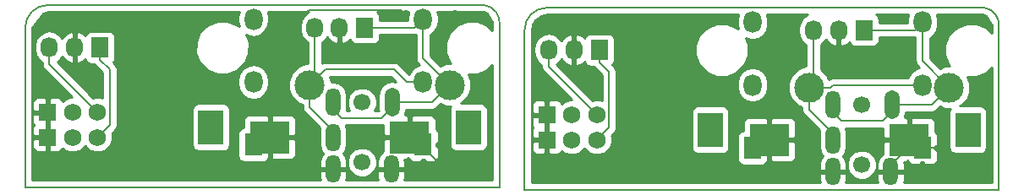
<source format=gtl>
G04 #@! TF.FileFunction,Copper,L1,Top,Signal*
%FSLAX45Y45*%
G04 Gerber Fmt 4.5, Leading zero omitted, Abs format (unit mm)*
G04 Created by KiCad (PCBNEW 4.0.6+dfsg1-1) date Thu Nov  2 20:52:10 2017*
%MOMM*%
%LPD*%
G01*
G04 APERTURE LIST*
%ADD10C,0.150000*%
%ADD11R,1.800860X2.199640*%
%ADD12O,1.800860X2.199640*%
%ADD13R,1.727200X2.032000*%
%ADD14O,1.727200X2.032000*%
%ADD15C,1.750060*%
%ADD16R,1.750060X1.750060*%
%ADD17R,4.000000X3.200000*%
%ADD18C,3.000000*%
%ADD19R,2.500000X3.500000*%
%ADD20O,1.500000X2.800000*%
%ADD21O,1.500000X2.900000*%
%ADD22C,1.700000*%
%ADD23C,0.889000*%
%ADD24C,0.200000*%
%ADD25C,0.254000*%
G04 APERTURE END LIST*
D10*
X19975000Y-15340000D02*
X15225000Y-15340000D01*
X15450000Y-13515000D02*
G75*
G03X15225000Y-13740000I0J-225000D01*
G01*
X19975000Y-13715000D02*
G75*
G03X19825000Y-13515000I-175000J25000D01*
G01*
X15225000Y-15340000D02*
X15225000Y-13740000D01*
X15450000Y-13515000D02*
X19825000Y-13515000D01*
X19975000Y-15340000D02*
X19975000Y-13715000D01*
X14975000Y-15315000D02*
X14975000Y-13690000D01*
X10450000Y-13490000D02*
X14825000Y-13490000D01*
X10225000Y-15315000D02*
X10225000Y-13715000D01*
X14975000Y-13690000D02*
G75*
G03X14825000Y-13490000I-175000J25000D01*
G01*
X10450000Y-13490000D02*
G75*
G03X10225000Y-13715000I0J-225000D01*
G01*
X14975000Y-15315000D02*
X10225000Y-15315000D01*
D11*
X17510000Y-14919884D03*
D12*
X17510000Y-14289964D03*
X17510000Y-13660044D03*
D11*
X19210000Y-14919884D03*
D12*
X19210000Y-14289964D03*
X19210000Y-13660044D03*
D13*
X15975000Y-13940000D03*
D14*
X15721000Y-13940000D03*
X15467000Y-13940000D03*
D15*
X15949936Y-14589938D03*
D16*
X15450064Y-14589938D03*
D15*
X15700000Y-14589938D03*
X15700000Y-14839874D03*
D16*
X15450064Y-14839874D03*
D15*
X15949936Y-14839874D03*
D13*
X18625000Y-13740000D03*
D14*
X18371000Y-13740000D03*
X18117000Y-13740000D03*
D17*
X19075000Y-14840000D03*
X17675000Y-14840000D03*
D18*
X19475000Y-14315000D03*
X18075000Y-14315000D03*
D19*
X19665000Y-14740000D03*
X17085000Y-14740000D03*
D20*
X18892500Y-15160000D03*
X18312500Y-15160000D03*
X18312500Y-14840000D03*
X18312500Y-14490000D03*
D21*
X18902500Y-14490000D03*
D22*
X18602500Y-15090000D03*
X18602500Y-14490000D03*
D13*
X10975000Y-13915000D03*
D14*
X10721000Y-13915000D03*
X10467000Y-13915000D03*
D15*
X10949936Y-14564938D03*
D16*
X10450064Y-14564938D03*
D15*
X10700000Y-14564938D03*
X10700000Y-14814874D03*
D16*
X10450064Y-14814874D03*
D15*
X10949936Y-14814874D03*
D13*
X13625000Y-13715000D03*
D14*
X13371000Y-13715000D03*
X13125000Y-13715000D03*
D17*
X14075000Y-14815000D03*
X12675000Y-14815000D03*
D18*
X14475000Y-14290000D03*
X13075000Y-14290000D03*
D19*
X14665000Y-14715000D03*
X12085000Y-14715000D03*
D20*
X13890000Y-15135000D03*
X13310000Y-15135000D03*
X13310000Y-14815000D03*
X13310000Y-14465000D03*
D21*
X13900000Y-14465000D03*
D22*
X13600000Y-15065000D03*
X13600000Y-14465000D03*
D11*
X12510000Y-14889884D03*
D12*
X12510000Y-14259964D03*
X12510000Y-13630044D03*
D11*
X14210000Y-14889884D03*
D12*
X14210000Y-14259964D03*
X14210000Y-13630044D03*
D23*
X18960000Y-13625000D03*
X16840000Y-14915000D03*
X16295000Y-14670000D03*
X16265000Y-13740000D03*
X16835000Y-14090000D03*
X17200000Y-14305000D03*
X17815000Y-13925000D03*
X19530000Y-13650000D03*
X19330000Y-13985000D03*
X18940000Y-14150000D03*
X18575000Y-14045000D03*
X18320000Y-14045000D03*
X19780000Y-14360000D03*
X19680000Y-15140000D03*
X13755000Y-14270000D03*
X13455000Y-14270000D03*
X11785000Y-14575000D03*
X11315000Y-14895000D03*
X10615000Y-15155000D03*
X11970000Y-13625000D03*
X11830000Y-14095000D03*
X11340000Y-14140000D03*
X11350000Y-13665000D03*
X12825000Y-13770000D03*
X14035000Y-13585000D03*
X14530000Y-13585000D03*
X14330000Y-13900000D03*
X14060000Y-13860000D03*
X14020000Y-14050000D03*
X13380000Y-14010000D03*
X14790000Y-14340000D03*
X14510000Y-15130000D03*
D24*
X15975000Y-13940000D02*
X15975000Y-14061600D01*
X15975000Y-14061600D02*
X16072839Y-14159439D01*
X16072839Y-14159439D02*
X16072839Y-14716971D01*
X16072839Y-14716971D02*
X16037439Y-14752371D01*
X16037439Y-14752371D02*
X15949936Y-14839874D01*
X15467000Y-13940000D02*
X15467000Y-14107002D01*
X15467000Y-14107002D02*
X15949936Y-14589938D01*
X10975000Y-13915000D02*
X10975000Y-14036600D01*
X10975000Y-14036600D02*
X11072839Y-14134439D01*
X11072839Y-14134439D02*
X11072839Y-14691971D01*
X11072839Y-14691971D02*
X11037439Y-14727371D01*
X11037439Y-14727371D02*
X10949936Y-14814874D01*
X10467000Y-13915000D02*
X10467000Y-14082002D01*
X10467000Y-14082002D02*
X10949936Y-14564938D01*
X19475000Y-14315000D02*
X19210000Y-14050000D01*
X19210000Y-14050000D02*
X19210000Y-13660044D01*
X18625000Y-13740000D02*
X19130044Y-13740000D01*
X19130044Y-13740000D02*
X19210000Y-13660044D01*
X18312500Y-14490000D02*
X18312500Y-14562500D01*
X18312500Y-14562500D02*
X18400000Y-14650000D01*
X18400000Y-14650000D02*
X18810000Y-14650000D01*
X18810000Y-14650000D02*
X18902500Y-14557500D01*
X18902500Y-14557500D02*
X18902500Y-14490000D01*
X18902500Y-14490000D02*
X19300000Y-14490000D01*
X19300000Y-14490000D02*
X19475000Y-14315000D01*
X19207500Y-13660044D02*
X19207500Y-13742260D01*
X18075000Y-14315000D02*
X18287132Y-14315000D01*
X18287132Y-14315000D02*
X18312168Y-14289964D01*
X18312168Y-14289964D02*
X19099957Y-14289964D01*
X19099957Y-14289964D02*
X19210000Y-14289964D01*
X18117000Y-13740000D02*
X18117000Y-14273000D01*
X18117000Y-14273000D02*
X18075000Y-14315000D01*
X18312500Y-14840000D02*
X18312500Y-14775000D01*
X18312500Y-14775000D02*
X18075000Y-14537500D01*
X18075000Y-14537500D02*
X18075000Y-14527132D01*
X18075000Y-14527132D02*
X18075000Y-14315000D01*
X18165240Y-14315000D02*
X18075000Y-14315000D01*
X14475000Y-14290000D02*
X14210000Y-14025000D01*
X14210000Y-14025000D02*
X14210000Y-13630044D01*
X13625000Y-13715000D02*
X14125044Y-13715000D01*
X14125044Y-13715000D02*
X14210000Y-13630044D01*
X13790000Y-14620000D02*
X13390000Y-14620000D01*
X13310000Y-14465000D02*
X13310000Y-14540000D01*
X13310000Y-14540000D02*
X13390000Y-14620000D01*
X13900000Y-14465000D02*
X13900000Y-14510000D01*
X13900000Y-14510000D02*
X13790000Y-14620000D01*
X14475000Y-14258640D02*
X14475000Y-14290000D01*
X13900000Y-14465000D02*
X14300000Y-14465000D01*
X14300000Y-14465000D02*
X14475000Y-14290000D01*
X14384760Y-14290000D02*
X14475000Y-14290000D01*
X14207500Y-13637544D02*
X14207500Y-13657483D01*
X13229850Y-14135150D02*
X13225000Y-14140000D01*
X14043142Y-14259964D02*
X13918328Y-14135150D01*
X13918328Y-14135150D02*
X13229850Y-14135150D01*
X14210000Y-14259964D02*
X14043142Y-14259964D01*
X13225000Y-14140000D02*
X13075000Y-14290000D01*
X13125000Y-13715000D02*
X13125000Y-14240000D01*
X13125000Y-14240000D02*
X13075000Y-14290000D01*
X13310000Y-14815000D02*
X13310000Y-14750000D01*
X13310000Y-14750000D02*
X13075000Y-14515000D01*
X13075000Y-14515000D02*
X13075000Y-14502132D01*
X13075000Y-14502132D02*
X13075000Y-14290000D01*
X13165240Y-14290000D02*
X13075000Y-14290000D01*
X16265000Y-13740000D02*
X16265000Y-14640000D01*
X16265000Y-14640000D02*
X16295000Y-14670000D01*
X16835000Y-14090000D02*
X16485000Y-13740000D01*
X16485000Y-13740000D02*
X16265000Y-13740000D01*
X17610000Y-13925000D02*
X17230000Y-14305000D01*
X17230000Y-14305000D02*
X17200000Y-14305000D01*
X17815000Y-13925000D02*
X17610000Y-13925000D01*
X19330000Y-13985000D02*
X19330000Y-13850000D01*
X19330000Y-13850000D02*
X19530000Y-13650000D01*
X18575000Y-14045000D02*
X18835000Y-14045000D01*
X18835000Y-14045000D02*
X18940000Y-14150000D01*
X18371000Y-13740000D02*
X18371000Y-13994000D01*
X18371000Y-13994000D02*
X18320000Y-14045000D01*
X19440159Y-15040000D02*
X19580000Y-15040000D01*
X19580000Y-15040000D02*
X19680000Y-15140000D01*
X19210000Y-14919884D02*
X19320043Y-14919884D01*
X19320043Y-14919884D02*
X19440159Y-15040000D01*
X19207500Y-14919884D02*
X19154884Y-14919884D01*
X19154884Y-14919884D02*
X19075000Y-14840000D01*
X18892500Y-15160000D02*
X18892500Y-15095000D01*
X18892500Y-15095000D02*
X19075000Y-14912500D01*
X19075000Y-14912500D02*
X19075000Y-14840000D01*
X13692138Y-14270000D02*
X13755000Y-14270000D01*
X13517862Y-14270000D02*
X13692138Y-14270000D01*
X13455000Y-14270000D02*
X13517862Y-14270000D01*
X10615000Y-15155000D02*
X11055000Y-15155000D01*
X11055000Y-15155000D02*
X11315000Y-14895000D01*
X11340000Y-14140000D02*
X11385000Y-14095000D01*
X11385000Y-14095000D02*
X11830000Y-14095000D01*
X10770000Y-13744400D02*
X11270600Y-13744400D01*
X11270600Y-13744400D02*
X11350000Y-13665000D01*
X10721000Y-13915000D02*
X10721000Y-13793400D01*
X10721000Y-13793400D02*
X10770000Y-13744400D01*
X13064450Y-13540550D02*
X12835000Y-13770000D01*
X12835000Y-13770000D02*
X12825000Y-13770000D01*
X14035000Y-13585000D02*
X13990550Y-13540550D01*
X13990550Y-13540550D02*
X13064450Y-13540550D01*
X14330000Y-13900000D02*
X14530000Y-13700000D01*
X14530000Y-13700000D02*
X14530000Y-13585000D01*
X14020000Y-14050000D02*
X14020000Y-13900000D01*
X14020000Y-13900000D02*
X14060000Y-13860000D01*
X13371000Y-13715000D02*
X13371000Y-14001000D01*
X13371000Y-14001000D02*
X13380000Y-14010000D01*
X14210000Y-14889884D02*
X14210000Y-14909823D01*
X14210000Y-14909823D02*
X14430177Y-15130000D01*
X14430177Y-15130000D02*
X14510000Y-15130000D01*
D25*
G36*
X12356457Y-13606706D02*
X12356457Y-13653382D01*
X12366604Y-13704395D01*
X12351271Y-13689034D01*
X12253283Y-13648346D01*
X12147183Y-13648254D01*
X12049124Y-13688771D01*
X11974034Y-13763729D01*
X11933346Y-13861717D01*
X11933254Y-13967817D01*
X11973771Y-14065876D01*
X12048729Y-14140965D01*
X12146717Y-14181654D01*
X12252817Y-14181746D01*
X12350876Y-14141229D01*
X12425965Y-14066271D01*
X12466654Y-13968283D01*
X12466746Y-13862183D01*
X12434448Y-13784016D01*
X12451242Y-13795237D01*
X12510000Y-13806925D01*
X12568758Y-13795237D01*
X12618571Y-13761953D01*
X12651855Y-13712140D01*
X12663543Y-13653382D01*
X12663543Y-13606706D01*
X12654451Y-13561000D01*
X13063270Y-13561000D01*
X13019033Y-13590558D01*
X12986547Y-13639177D01*
X12975140Y-13696525D01*
X12975140Y-13733474D01*
X12986547Y-13790823D01*
X13019033Y-13839441D01*
X13051500Y-13861135D01*
X13051500Y-14076479D01*
X13032718Y-14076463D01*
X12954220Y-14108898D01*
X12894109Y-14168904D01*
X12861537Y-14247346D01*
X12861463Y-14332281D01*
X12893898Y-14410780D01*
X12953904Y-14470891D01*
X13001500Y-14490654D01*
X13001500Y-14515000D01*
X13005749Y-14536363D01*
X13007095Y-14543127D01*
X13023028Y-14566972D01*
X13176572Y-14720516D01*
X13171500Y-14746013D01*
X13171500Y-14883987D01*
X13182043Y-14936988D01*
X13209232Y-14977680D01*
X13186903Y-15005265D01*
X13171500Y-15057300D01*
X13171500Y-15122300D01*
X13297300Y-15122300D01*
X13297300Y-15120300D01*
X13322700Y-15120300D01*
X13322700Y-15122300D01*
X13448500Y-15122300D01*
X13448500Y-15094409D01*
X13451474Y-15094409D01*
X13474034Y-15149009D01*
X13515772Y-15190819D01*
X13570332Y-15213474D01*
X13629409Y-15213526D01*
X13684009Y-15190966D01*
X13725819Y-15149228D01*
X13748474Y-15094668D01*
X13748526Y-15035591D01*
X13725966Y-14980991D01*
X13684228Y-14939181D01*
X13629668Y-14916526D01*
X13570591Y-14916474D01*
X13515991Y-14939034D01*
X13474181Y-14980772D01*
X13451526Y-15035332D01*
X13451474Y-15094409D01*
X13448500Y-15094409D01*
X13448500Y-15057300D01*
X13433097Y-15005265D01*
X13410768Y-14977680D01*
X13437957Y-14936988D01*
X13448500Y-14883987D01*
X13448500Y-14746013D01*
X13438054Y-14693500D01*
X13790000Y-14693500D01*
X13811500Y-14689223D01*
X13811500Y-14786425D01*
X13827375Y-14802300D01*
X14056457Y-14802300D01*
X14056457Y-14827700D01*
X13827375Y-14827700D01*
X13811500Y-14843575D01*
X13811500Y-14957407D01*
X13801046Y-14963085D01*
X13766903Y-15005265D01*
X13751500Y-15057300D01*
X13751500Y-15122300D01*
X13877300Y-15122300D01*
X13877300Y-15120300D01*
X13902700Y-15120300D01*
X13902700Y-15122300D01*
X14028500Y-15122300D01*
X14028500Y-15057300D01*
X14022935Y-15038500D01*
X14046425Y-15038500D01*
X14061135Y-15023790D01*
X14062300Y-15026603D01*
X14062300Y-15038500D01*
X14068788Y-15038500D01*
X14083987Y-15053699D01*
X14107326Y-15063366D01*
X14181425Y-15063366D01*
X14197300Y-15047491D01*
X14197300Y-15038500D01*
X14222700Y-15038500D01*
X14222700Y-15047491D01*
X14238575Y-15063366D01*
X14312674Y-15063366D01*
X14336013Y-15053699D01*
X14353876Y-15035836D01*
X14363543Y-15012497D01*
X14363543Y-14918459D01*
X14347668Y-14902584D01*
X14338500Y-14902584D01*
X14338500Y-14877184D01*
X14347668Y-14877184D01*
X14363543Y-14861309D01*
X14363543Y-14767271D01*
X14353876Y-14743932D01*
X14338500Y-14728556D01*
X14338500Y-14642369D01*
X14328833Y-14619030D01*
X14310970Y-14601167D01*
X14287631Y-14591500D01*
X14103575Y-14591500D01*
X14087700Y-14607375D01*
X14087700Y-14724531D01*
X14083987Y-14726069D01*
X14066124Y-14743932D01*
X14062300Y-14753165D01*
X14062300Y-14607375D01*
X14046425Y-14591500D01*
X14028074Y-14591500D01*
X14038500Y-14539085D01*
X14038500Y-14538500D01*
X14300000Y-14538500D01*
X14328127Y-14532905D01*
X14351972Y-14516972D01*
X14385100Y-14483845D01*
X14432346Y-14503463D01*
X14488077Y-14503511D01*
X14480357Y-14514811D01*
X14475256Y-14540000D01*
X14475256Y-14890000D01*
X14479684Y-14913532D01*
X14493591Y-14935144D01*
X14514811Y-14949643D01*
X14540000Y-14954744D01*
X14790000Y-14954744D01*
X14813532Y-14950316D01*
X14835144Y-14936409D01*
X14849643Y-14915189D01*
X14854744Y-14890000D01*
X14854744Y-14540000D01*
X14850316Y-14516468D01*
X14836409Y-14494856D01*
X14815189Y-14480357D01*
X14790000Y-14475256D01*
X14585727Y-14475256D01*
X14595780Y-14471102D01*
X14655891Y-14411096D01*
X14688463Y-14332654D01*
X14688537Y-14247718D01*
X14661245Y-14181666D01*
X14752817Y-14181746D01*
X14850876Y-14141229D01*
X14904000Y-14088198D01*
X14904000Y-15244000D01*
X14019235Y-15244000D01*
X14028500Y-15212700D01*
X14028500Y-15147700D01*
X13902700Y-15147700D01*
X13902700Y-15149700D01*
X13877300Y-15149700D01*
X13877300Y-15147700D01*
X13751500Y-15147700D01*
X13751500Y-15212700D01*
X13760765Y-15244000D01*
X13439235Y-15244000D01*
X13448500Y-15212700D01*
X13448500Y-15147700D01*
X13322700Y-15147700D01*
X13322700Y-15149700D01*
X13297300Y-15149700D01*
X13297300Y-15147700D01*
X13171500Y-15147700D01*
X13171500Y-15212700D01*
X13180765Y-15244000D01*
X10296000Y-15244000D01*
X10296000Y-14843449D01*
X10299061Y-14843449D01*
X10299061Y-14915008D01*
X10308728Y-14938347D01*
X10326591Y-14956210D01*
X10349930Y-14965877D01*
X10421489Y-14965877D01*
X10437364Y-14950002D01*
X10437364Y-14827574D01*
X10314936Y-14827574D01*
X10299061Y-14843449D01*
X10296000Y-14843449D01*
X10296000Y-14593513D01*
X10299061Y-14593513D01*
X10299061Y-14665072D01*
X10308728Y-14688411D01*
X10310224Y-14689906D01*
X10308728Y-14691401D01*
X10299061Y-14714740D01*
X10299061Y-14786299D01*
X10314936Y-14802174D01*
X10437364Y-14802174D01*
X10437364Y-14577638D01*
X10314936Y-14577638D01*
X10299061Y-14593513D01*
X10296000Y-14593513D01*
X10296000Y-14464804D01*
X10299061Y-14464804D01*
X10299061Y-14536363D01*
X10314936Y-14552238D01*
X10437364Y-14552238D01*
X10437364Y-14429810D01*
X10421489Y-14413935D01*
X10349930Y-14413935D01*
X10326591Y-14423602D01*
X10308728Y-14441465D01*
X10299061Y-14464804D01*
X10296000Y-14464804D01*
X10296000Y-13896525D01*
X10317140Y-13896525D01*
X10317140Y-13933474D01*
X10328547Y-13990823D01*
X10361033Y-14039441D01*
X10393500Y-14061135D01*
X10393500Y-14082002D01*
X10395669Y-14092905D01*
X10399095Y-14110129D01*
X10415028Y-14133974D01*
X10694984Y-14413931D01*
X10670095Y-14413909D01*
X10614575Y-14436849D01*
X10596827Y-14454567D01*
X10591400Y-14441465D01*
X10573537Y-14423602D01*
X10550198Y-14413935D01*
X10478639Y-14413935D01*
X10462764Y-14429810D01*
X10462764Y-14552238D01*
X10464764Y-14552238D01*
X10464764Y-14577638D01*
X10462764Y-14577638D01*
X10462764Y-14802174D01*
X10464764Y-14802174D01*
X10464764Y-14827574D01*
X10462764Y-14827574D01*
X10462764Y-14950002D01*
X10478639Y-14965877D01*
X10550198Y-14965877D01*
X10573537Y-14956210D01*
X10591400Y-14938347D01*
X10596823Y-14925254D01*
X10614352Y-14942813D01*
X10669832Y-14965851D01*
X10729905Y-14965903D01*
X10785425Y-14942963D01*
X10825000Y-14903456D01*
X10864288Y-14942813D01*
X10919768Y-14965851D01*
X10979841Y-14965903D01*
X11035361Y-14942963D01*
X11077875Y-14900522D01*
X11100913Y-14845042D01*
X11100965Y-14784969D01*
X11095942Y-14772813D01*
X11124811Y-14743943D01*
X11140744Y-14720098D01*
X11141810Y-14714740D01*
X11146339Y-14691971D01*
X11146339Y-14540000D01*
X11895256Y-14540000D01*
X11895256Y-14890000D01*
X11899684Y-14913532D01*
X11913591Y-14935144D01*
X11934811Y-14949643D01*
X11960000Y-14954744D01*
X12210000Y-14954744D01*
X12233532Y-14950316D01*
X12255144Y-14936409D01*
X12269643Y-14915189D01*
X12274744Y-14890000D01*
X12274744Y-14779902D01*
X12355213Y-14779902D01*
X12355213Y-14999866D01*
X12359641Y-15023398D01*
X12373548Y-15045010D01*
X12394768Y-15059509D01*
X12419957Y-15064610D01*
X12600043Y-15064610D01*
X12623575Y-15060182D01*
X12645187Y-15046275D01*
X12659289Y-15025636D01*
X12662300Y-15022625D01*
X12662300Y-15012147D01*
X12664787Y-14999866D01*
X12664787Y-14827700D01*
X12687700Y-14827700D01*
X12687700Y-15022625D01*
X12703575Y-15038500D01*
X12887631Y-15038500D01*
X12910970Y-15028833D01*
X12928833Y-15010970D01*
X12938500Y-14987631D01*
X12938500Y-14843575D01*
X12922625Y-14827700D01*
X12687700Y-14827700D01*
X12664787Y-14827700D01*
X12664787Y-14779902D01*
X12662300Y-14766685D01*
X12662300Y-14607375D01*
X12687700Y-14607375D01*
X12687700Y-14802300D01*
X12922625Y-14802300D01*
X12938500Y-14786425D01*
X12938500Y-14642369D01*
X12928833Y-14619030D01*
X12910970Y-14601167D01*
X12887631Y-14591500D01*
X12703575Y-14591500D01*
X12687700Y-14607375D01*
X12662300Y-14607375D01*
X12646425Y-14591500D01*
X12462369Y-14591500D01*
X12439030Y-14601167D01*
X12421167Y-14619030D01*
X12411500Y-14642369D01*
X12411500Y-14716749D01*
X12396425Y-14719586D01*
X12374813Y-14733493D01*
X12360314Y-14754713D01*
X12355213Y-14779902D01*
X12274744Y-14779902D01*
X12274744Y-14540000D01*
X12270316Y-14516468D01*
X12256409Y-14494856D01*
X12235189Y-14480357D01*
X12210000Y-14475256D01*
X11960000Y-14475256D01*
X11936468Y-14479684D01*
X11914856Y-14493591D01*
X11900357Y-14514811D01*
X11895256Y-14540000D01*
X11146339Y-14540000D01*
X11146339Y-14236626D01*
X12356457Y-14236626D01*
X12356457Y-14283302D01*
X12368145Y-14342060D01*
X12401429Y-14391873D01*
X12451242Y-14425157D01*
X12510000Y-14436845D01*
X12568758Y-14425157D01*
X12618571Y-14391873D01*
X12651855Y-14342060D01*
X12663543Y-14283302D01*
X12663543Y-14236626D01*
X12651855Y-14177868D01*
X12618571Y-14128055D01*
X12568758Y-14094771D01*
X12510000Y-14083083D01*
X12451242Y-14094771D01*
X12401429Y-14128055D01*
X12368145Y-14177868D01*
X12356457Y-14236626D01*
X11146339Y-14236626D01*
X11146339Y-14134439D01*
X11140744Y-14106312D01*
X11128891Y-14088572D01*
X11124812Y-14082467D01*
X11105804Y-14063459D01*
X11106504Y-14063009D01*
X11121003Y-14041789D01*
X11126104Y-14016600D01*
X11126104Y-13813400D01*
X11121676Y-13789868D01*
X11107769Y-13768256D01*
X11086549Y-13753757D01*
X11061360Y-13748656D01*
X10888640Y-13748656D01*
X10865108Y-13753084D01*
X10843496Y-13766991D01*
X10828997Y-13788211D01*
X10827077Y-13797693D01*
X10811204Y-13779927D01*
X10758479Y-13754529D01*
X10756903Y-13754264D01*
X10733700Y-13766378D01*
X10733700Y-13902300D01*
X10735700Y-13902300D01*
X10735700Y-13927700D01*
X10733700Y-13927700D01*
X10733700Y-14063622D01*
X10756903Y-14075736D01*
X10758479Y-14075471D01*
X10811204Y-14050073D01*
X10826891Y-14032515D01*
X10828324Y-14040132D01*
X10842231Y-14061744D01*
X10863451Y-14076243D01*
X10888640Y-14081344D01*
X10918198Y-14081344D01*
X10923028Y-14088572D01*
X10999339Y-14164884D01*
X10999339Y-14421948D01*
X10980104Y-14413961D01*
X10920031Y-14413909D01*
X10907875Y-14418932D01*
X10546242Y-14057299D01*
X10572967Y-14039441D01*
X10593646Y-14008493D01*
X10630796Y-14050073D01*
X10683521Y-14075471D01*
X10685097Y-14075736D01*
X10708300Y-14063622D01*
X10708300Y-13927700D01*
X10706300Y-13927700D01*
X10706300Y-13902300D01*
X10708300Y-13902300D01*
X10708300Y-13766378D01*
X10685097Y-13754264D01*
X10683521Y-13754529D01*
X10630796Y-13779927D01*
X10593646Y-13821507D01*
X10572967Y-13790558D01*
X10524349Y-13758073D01*
X10467000Y-13746665D01*
X10409651Y-13758073D01*
X10361033Y-13790558D01*
X10328547Y-13839177D01*
X10317140Y-13896525D01*
X10296000Y-13896525D01*
X10296000Y-13721993D01*
X10297487Y-13714517D01*
X10404845Y-13571373D01*
X10456993Y-13561000D01*
X12365549Y-13561000D01*
X12356457Y-13606706D01*
X12356457Y-13606706D01*
G37*
X12356457Y-13606706D02*
X12356457Y-13653382D01*
X12366604Y-13704395D01*
X12351271Y-13689034D01*
X12253283Y-13648346D01*
X12147183Y-13648254D01*
X12049124Y-13688771D01*
X11974034Y-13763729D01*
X11933346Y-13861717D01*
X11933254Y-13967817D01*
X11973771Y-14065876D01*
X12048729Y-14140965D01*
X12146717Y-14181654D01*
X12252817Y-14181746D01*
X12350876Y-14141229D01*
X12425965Y-14066271D01*
X12466654Y-13968283D01*
X12466746Y-13862183D01*
X12434448Y-13784016D01*
X12451242Y-13795237D01*
X12510000Y-13806925D01*
X12568758Y-13795237D01*
X12618571Y-13761953D01*
X12651855Y-13712140D01*
X12663543Y-13653382D01*
X12663543Y-13606706D01*
X12654451Y-13561000D01*
X13063270Y-13561000D01*
X13019033Y-13590558D01*
X12986547Y-13639177D01*
X12975140Y-13696525D01*
X12975140Y-13733474D01*
X12986547Y-13790823D01*
X13019033Y-13839441D01*
X13051500Y-13861135D01*
X13051500Y-14076479D01*
X13032718Y-14076463D01*
X12954220Y-14108898D01*
X12894109Y-14168904D01*
X12861537Y-14247346D01*
X12861463Y-14332281D01*
X12893898Y-14410780D01*
X12953904Y-14470891D01*
X13001500Y-14490654D01*
X13001500Y-14515000D01*
X13005749Y-14536363D01*
X13007095Y-14543127D01*
X13023028Y-14566972D01*
X13176572Y-14720516D01*
X13171500Y-14746013D01*
X13171500Y-14883987D01*
X13182043Y-14936988D01*
X13209232Y-14977680D01*
X13186903Y-15005265D01*
X13171500Y-15057300D01*
X13171500Y-15122300D01*
X13297300Y-15122300D01*
X13297300Y-15120300D01*
X13322700Y-15120300D01*
X13322700Y-15122300D01*
X13448500Y-15122300D01*
X13448500Y-15094409D01*
X13451474Y-15094409D01*
X13474034Y-15149009D01*
X13515772Y-15190819D01*
X13570332Y-15213474D01*
X13629409Y-15213526D01*
X13684009Y-15190966D01*
X13725819Y-15149228D01*
X13748474Y-15094668D01*
X13748526Y-15035591D01*
X13725966Y-14980991D01*
X13684228Y-14939181D01*
X13629668Y-14916526D01*
X13570591Y-14916474D01*
X13515991Y-14939034D01*
X13474181Y-14980772D01*
X13451526Y-15035332D01*
X13451474Y-15094409D01*
X13448500Y-15094409D01*
X13448500Y-15057300D01*
X13433097Y-15005265D01*
X13410768Y-14977680D01*
X13437957Y-14936988D01*
X13448500Y-14883987D01*
X13448500Y-14746013D01*
X13438054Y-14693500D01*
X13790000Y-14693500D01*
X13811500Y-14689223D01*
X13811500Y-14786425D01*
X13827375Y-14802300D01*
X14056457Y-14802300D01*
X14056457Y-14827700D01*
X13827375Y-14827700D01*
X13811500Y-14843575D01*
X13811500Y-14957407D01*
X13801046Y-14963085D01*
X13766903Y-15005265D01*
X13751500Y-15057300D01*
X13751500Y-15122300D01*
X13877300Y-15122300D01*
X13877300Y-15120300D01*
X13902700Y-15120300D01*
X13902700Y-15122300D01*
X14028500Y-15122300D01*
X14028500Y-15057300D01*
X14022935Y-15038500D01*
X14046425Y-15038500D01*
X14061135Y-15023790D01*
X14062300Y-15026603D01*
X14062300Y-15038500D01*
X14068788Y-15038500D01*
X14083987Y-15053699D01*
X14107326Y-15063366D01*
X14181425Y-15063366D01*
X14197300Y-15047491D01*
X14197300Y-15038500D01*
X14222700Y-15038500D01*
X14222700Y-15047491D01*
X14238575Y-15063366D01*
X14312674Y-15063366D01*
X14336013Y-15053699D01*
X14353876Y-15035836D01*
X14363543Y-15012497D01*
X14363543Y-14918459D01*
X14347668Y-14902584D01*
X14338500Y-14902584D01*
X14338500Y-14877184D01*
X14347668Y-14877184D01*
X14363543Y-14861309D01*
X14363543Y-14767271D01*
X14353876Y-14743932D01*
X14338500Y-14728556D01*
X14338500Y-14642369D01*
X14328833Y-14619030D01*
X14310970Y-14601167D01*
X14287631Y-14591500D01*
X14103575Y-14591500D01*
X14087700Y-14607375D01*
X14087700Y-14724531D01*
X14083987Y-14726069D01*
X14066124Y-14743932D01*
X14062300Y-14753165D01*
X14062300Y-14607375D01*
X14046425Y-14591500D01*
X14028074Y-14591500D01*
X14038500Y-14539085D01*
X14038500Y-14538500D01*
X14300000Y-14538500D01*
X14328127Y-14532905D01*
X14351972Y-14516972D01*
X14385100Y-14483845D01*
X14432346Y-14503463D01*
X14488077Y-14503511D01*
X14480357Y-14514811D01*
X14475256Y-14540000D01*
X14475256Y-14890000D01*
X14479684Y-14913532D01*
X14493591Y-14935144D01*
X14514811Y-14949643D01*
X14540000Y-14954744D01*
X14790000Y-14954744D01*
X14813532Y-14950316D01*
X14835144Y-14936409D01*
X14849643Y-14915189D01*
X14854744Y-14890000D01*
X14854744Y-14540000D01*
X14850316Y-14516468D01*
X14836409Y-14494856D01*
X14815189Y-14480357D01*
X14790000Y-14475256D01*
X14585727Y-14475256D01*
X14595780Y-14471102D01*
X14655891Y-14411096D01*
X14688463Y-14332654D01*
X14688537Y-14247718D01*
X14661245Y-14181666D01*
X14752817Y-14181746D01*
X14850876Y-14141229D01*
X14904000Y-14088198D01*
X14904000Y-15244000D01*
X14019235Y-15244000D01*
X14028500Y-15212700D01*
X14028500Y-15147700D01*
X13902700Y-15147700D01*
X13902700Y-15149700D01*
X13877300Y-15149700D01*
X13877300Y-15147700D01*
X13751500Y-15147700D01*
X13751500Y-15212700D01*
X13760765Y-15244000D01*
X13439235Y-15244000D01*
X13448500Y-15212700D01*
X13448500Y-15147700D01*
X13322700Y-15147700D01*
X13322700Y-15149700D01*
X13297300Y-15149700D01*
X13297300Y-15147700D01*
X13171500Y-15147700D01*
X13171500Y-15212700D01*
X13180765Y-15244000D01*
X10296000Y-15244000D01*
X10296000Y-14843449D01*
X10299061Y-14843449D01*
X10299061Y-14915008D01*
X10308728Y-14938347D01*
X10326591Y-14956210D01*
X10349930Y-14965877D01*
X10421489Y-14965877D01*
X10437364Y-14950002D01*
X10437364Y-14827574D01*
X10314936Y-14827574D01*
X10299061Y-14843449D01*
X10296000Y-14843449D01*
X10296000Y-14593513D01*
X10299061Y-14593513D01*
X10299061Y-14665072D01*
X10308728Y-14688411D01*
X10310224Y-14689906D01*
X10308728Y-14691401D01*
X10299061Y-14714740D01*
X10299061Y-14786299D01*
X10314936Y-14802174D01*
X10437364Y-14802174D01*
X10437364Y-14577638D01*
X10314936Y-14577638D01*
X10299061Y-14593513D01*
X10296000Y-14593513D01*
X10296000Y-14464804D01*
X10299061Y-14464804D01*
X10299061Y-14536363D01*
X10314936Y-14552238D01*
X10437364Y-14552238D01*
X10437364Y-14429810D01*
X10421489Y-14413935D01*
X10349930Y-14413935D01*
X10326591Y-14423602D01*
X10308728Y-14441465D01*
X10299061Y-14464804D01*
X10296000Y-14464804D01*
X10296000Y-13896525D01*
X10317140Y-13896525D01*
X10317140Y-13933474D01*
X10328547Y-13990823D01*
X10361033Y-14039441D01*
X10393500Y-14061135D01*
X10393500Y-14082002D01*
X10395669Y-14092905D01*
X10399095Y-14110129D01*
X10415028Y-14133974D01*
X10694984Y-14413931D01*
X10670095Y-14413909D01*
X10614575Y-14436849D01*
X10596827Y-14454567D01*
X10591400Y-14441465D01*
X10573537Y-14423602D01*
X10550198Y-14413935D01*
X10478639Y-14413935D01*
X10462764Y-14429810D01*
X10462764Y-14552238D01*
X10464764Y-14552238D01*
X10464764Y-14577638D01*
X10462764Y-14577638D01*
X10462764Y-14802174D01*
X10464764Y-14802174D01*
X10464764Y-14827574D01*
X10462764Y-14827574D01*
X10462764Y-14950002D01*
X10478639Y-14965877D01*
X10550198Y-14965877D01*
X10573537Y-14956210D01*
X10591400Y-14938347D01*
X10596823Y-14925254D01*
X10614352Y-14942813D01*
X10669832Y-14965851D01*
X10729905Y-14965903D01*
X10785425Y-14942963D01*
X10825000Y-14903456D01*
X10864288Y-14942813D01*
X10919768Y-14965851D01*
X10979841Y-14965903D01*
X11035361Y-14942963D01*
X11077875Y-14900522D01*
X11100913Y-14845042D01*
X11100965Y-14784969D01*
X11095942Y-14772813D01*
X11124811Y-14743943D01*
X11140744Y-14720098D01*
X11141810Y-14714740D01*
X11146339Y-14691971D01*
X11146339Y-14540000D01*
X11895256Y-14540000D01*
X11895256Y-14890000D01*
X11899684Y-14913532D01*
X11913591Y-14935144D01*
X11934811Y-14949643D01*
X11960000Y-14954744D01*
X12210000Y-14954744D01*
X12233532Y-14950316D01*
X12255144Y-14936409D01*
X12269643Y-14915189D01*
X12274744Y-14890000D01*
X12274744Y-14779902D01*
X12355213Y-14779902D01*
X12355213Y-14999866D01*
X12359641Y-15023398D01*
X12373548Y-15045010D01*
X12394768Y-15059509D01*
X12419957Y-15064610D01*
X12600043Y-15064610D01*
X12623575Y-15060182D01*
X12645187Y-15046275D01*
X12659289Y-15025636D01*
X12662300Y-15022625D01*
X12662300Y-15012147D01*
X12664787Y-14999866D01*
X12664787Y-14827700D01*
X12687700Y-14827700D01*
X12687700Y-15022625D01*
X12703575Y-15038500D01*
X12887631Y-15038500D01*
X12910970Y-15028833D01*
X12928833Y-15010970D01*
X12938500Y-14987631D01*
X12938500Y-14843575D01*
X12922625Y-14827700D01*
X12687700Y-14827700D01*
X12664787Y-14827700D01*
X12664787Y-14779902D01*
X12662300Y-14766685D01*
X12662300Y-14607375D01*
X12687700Y-14607375D01*
X12687700Y-14802300D01*
X12922625Y-14802300D01*
X12938500Y-14786425D01*
X12938500Y-14642369D01*
X12928833Y-14619030D01*
X12910970Y-14601167D01*
X12887631Y-14591500D01*
X12703575Y-14591500D01*
X12687700Y-14607375D01*
X12662300Y-14607375D01*
X12646425Y-14591500D01*
X12462369Y-14591500D01*
X12439030Y-14601167D01*
X12421167Y-14619030D01*
X12411500Y-14642369D01*
X12411500Y-14716749D01*
X12396425Y-14719586D01*
X12374813Y-14733493D01*
X12360314Y-14754713D01*
X12355213Y-14779902D01*
X12274744Y-14779902D01*
X12274744Y-14540000D01*
X12270316Y-14516468D01*
X12256409Y-14494856D01*
X12235189Y-14480357D01*
X12210000Y-14475256D01*
X11960000Y-14475256D01*
X11936468Y-14479684D01*
X11914856Y-14493591D01*
X11900357Y-14514811D01*
X11895256Y-14540000D01*
X11146339Y-14540000D01*
X11146339Y-14236626D01*
X12356457Y-14236626D01*
X12356457Y-14283302D01*
X12368145Y-14342060D01*
X12401429Y-14391873D01*
X12451242Y-14425157D01*
X12510000Y-14436845D01*
X12568758Y-14425157D01*
X12618571Y-14391873D01*
X12651855Y-14342060D01*
X12663543Y-14283302D01*
X12663543Y-14236626D01*
X12651855Y-14177868D01*
X12618571Y-14128055D01*
X12568758Y-14094771D01*
X12510000Y-14083083D01*
X12451242Y-14094771D01*
X12401429Y-14128055D01*
X12368145Y-14177868D01*
X12356457Y-14236626D01*
X11146339Y-14236626D01*
X11146339Y-14134439D01*
X11140744Y-14106312D01*
X11128891Y-14088572D01*
X11124812Y-14082467D01*
X11105804Y-14063459D01*
X11106504Y-14063009D01*
X11121003Y-14041789D01*
X11126104Y-14016600D01*
X11126104Y-13813400D01*
X11121676Y-13789868D01*
X11107769Y-13768256D01*
X11086549Y-13753757D01*
X11061360Y-13748656D01*
X10888640Y-13748656D01*
X10865108Y-13753084D01*
X10843496Y-13766991D01*
X10828997Y-13788211D01*
X10827077Y-13797693D01*
X10811204Y-13779927D01*
X10758479Y-13754529D01*
X10756903Y-13754264D01*
X10733700Y-13766378D01*
X10733700Y-13902300D01*
X10735700Y-13902300D01*
X10735700Y-13927700D01*
X10733700Y-13927700D01*
X10733700Y-14063622D01*
X10756903Y-14075736D01*
X10758479Y-14075471D01*
X10811204Y-14050073D01*
X10826891Y-14032515D01*
X10828324Y-14040132D01*
X10842231Y-14061744D01*
X10863451Y-14076243D01*
X10888640Y-14081344D01*
X10918198Y-14081344D01*
X10923028Y-14088572D01*
X10999339Y-14164884D01*
X10999339Y-14421948D01*
X10980104Y-14413961D01*
X10920031Y-14413909D01*
X10907875Y-14418932D01*
X10546242Y-14057299D01*
X10572967Y-14039441D01*
X10593646Y-14008493D01*
X10630796Y-14050073D01*
X10683521Y-14075471D01*
X10685097Y-14075736D01*
X10708300Y-14063622D01*
X10708300Y-13927700D01*
X10706300Y-13927700D01*
X10706300Y-13902300D01*
X10708300Y-13902300D01*
X10708300Y-13766378D01*
X10685097Y-13754264D01*
X10683521Y-13754529D01*
X10630796Y-13779927D01*
X10593646Y-13821507D01*
X10572967Y-13790558D01*
X10524349Y-13758073D01*
X10467000Y-13746665D01*
X10409651Y-13758073D01*
X10361033Y-13790558D01*
X10328547Y-13839177D01*
X10317140Y-13896525D01*
X10296000Y-13896525D01*
X10296000Y-13721993D01*
X10297487Y-13714517D01*
X10404845Y-13571373D01*
X10456993Y-13561000D01*
X12365549Y-13561000D01*
X12356457Y-13606706D01*
G36*
X13939507Y-14260274D02*
X13900000Y-14252415D01*
X13846998Y-14262958D01*
X13802066Y-14292981D01*
X13772043Y-14337913D01*
X13761500Y-14390915D01*
X13761500Y-14539085D01*
X13762408Y-14543648D01*
X13759555Y-14546500D01*
X13726952Y-14546500D01*
X13748474Y-14494668D01*
X13748526Y-14435591D01*
X13725966Y-14380991D01*
X13684228Y-14339181D01*
X13629668Y-14316526D01*
X13570591Y-14316474D01*
X13515991Y-14339034D01*
X13474181Y-14380772D01*
X13451526Y-14435332D01*
X13451474Y-14494409D01*
X13472998Y-14546500D01*
X13446011Y-14546500D01*
X13448500Y-14533987D01*
X13448500Y-14396013D01*
X13437957Y-14343011D01*
X13407934Y-14298079D01*
X13363002Y-14268056D01*
X13310000Y-14257513D01*
X13288525Y-14261785D01*
X13288537Y-14247718D01*
X13272394Y-14208650D01*
X13887884Y-14208650D01*
X13939507Y-14260274D01*
X13939507Y-14260274D01*
G37*
X13939507Y-14260274D02*
X13900000Y-14252415D01*
X13846998Y-14262958D01*
X13802066Y-14292981D01*
X13772043Y-14337913D01*
X13761500Y-14390915D01*
X13761500Y-14539085D01*
X13762408Y-14543648D01*
X13759555Y-14546500D01*
X13726952Y-14546500D01*
X13748474Y-14494668D01*
X13748526Y-14435591D01*
X13725966Y-14380991D01*
X13684228Y-14339181D01*
X13629668Y-14316526D01*
X13570591Y-14316474D01*
X13515991Y-14339034D01*
X13474181Y-14380772D01*
X13451526Y-14435332D01*
X13451474Y-14494409D01*
X13472998Y-14546500D01*
X13446011Y-14546500D01*
X13448500Y-14533987D01*
X13448500Y-14396013D01*
X13437957Y-14343011D01*
X13407934Y-14298079D01*
X13363002Y-14268056D01*
X13310000Y-14257513D01*
X13288525Y-14261785D01*
X13288537Y-14247718D01*
X13272394Y-14208650D01*
X13887884Y-14208650D01*
X13939507Y-14260274D01*
G36*
X13383700Y-13702300D02*
X13385700Y-13702300D01*
X13385700Y-13727700D01*
X13383700Y-13727700D01*
X13383700Y-13863622D01*
X13406903Y-13875736D01*
X13408479Y-13875471D01*
X13461204Y-13850073D01*
X13476891Y-13832515D01*
X13478324Y-13840132D01*
X13492231Y-13861744D01*
X13513451Y-13876243D01*
X13538640Y-13881344D01*
X13711360Y-13881344D01*
X13734892Y-13876916D01*
X13756504Y-13863009D01*
X13771003Y-13841789D01*
X13776104Y-13816600D01*
X13776104Y-13788500D01*
X14125044Y-13788500D01*
X14136500Y-13786221D01*
X14136500Y-14025000D01*
X14139840Y-14041789D01*
X14142095Y-14053127D01*
X14158028Y-14076972D01*
X14171748Y-14090692D01*
X14151242Y-14094771D01*
X14101429Y-14128055D01*
X14068145Y-14177868D01*
X14067621Y-14180498D01*
X13970300Y-14083177D01*
X13946455Y-14067245D01*
X13918328Y-14061650D01*
X13229850Y-14061650D01*
X13201723Y-14067245D01*
X13198500Y-14069398D01*
X13198500Y-13861135D01*
X13230967Y-13839441D01*
X13248223Y-13813616D01*
X13280796Y-13850073D01*
X13333521Y-13875471D01*
X13335097Y-13875736D01*
X13358300Y-13863622D01*
X13358300Y-13727700D01*
X13356300Y-13727700D01*
X13356300Y-13702300D01*
X13358300Y-13702300D01*
X13358300Y-13700300D01*
X13383700Y-13700300D01*
X13383700Y-13702300D01*
X13383700Y-13702300D01*
G37*
X13383700Y-13702300D02*
X13385700Y-13702300D01*
X13385700Y-13727700D01*
X13383700Y-13727700D01*
X13383700Y-13863622D01*
X13406903Y-13875736D01*
X13408479Y-13875471D01*
X13461204Y-13850073D01*
X13476891Y-13832515D01*
X13478324Y-13840132D01*
X13492231Y-13861744D01*
X13513451Y-13876243D01*
X13538640Y-13881344D01*
X13711360Y-13881344D01*
X13734892Y-13876916D01*
X13756504Y-13863009D01*
X13771003Y-13841789D01*
X13776104Y-13816600D01*
X13776104Y-13788500D01*
X14125044Y-13788500D01*
X14136500Y-13786221D01*
X14136500Y-14025000D01*
X14139840Y-14041789D01*
X14142095Y-14053127D01*
X14158028Y-14076972D01*
X14171748Y-14090692D01*
X14151242Y-14094771D01*
X14101429Y-14128055D01*
X14068145Y-14177868D01*
X14067621Y-14180498D01*
X13970300Y-14083177D01*
X13946455Y-14067245D01*
X13918328Y-14061650D01*
X13229850Y-14061650D01*
X13201723Y-14067245D01*
X13198500Y-14069398D01*
X13198500Y-13861135D01*
X13230967Y-13839441D01*
X13248223Y-13813616D01*
X13280796Y-13850073D01*
X13333521Y-13875471D01*
X13335097Y-13875736D01*
X13358300Y-13863622D01*
X13358300Y-13727700D01*
X13356300Y-13727700D01*
X13356300Y-13702300D01*
X13358300Y-13702300D01*
X13358300Y-13700300D01*
X13383700Y-13700300D01*
X13383700Y-13702300D01*
G36*
X14852905Y-13575081D02*
X14902396Y-13662515D01*
X14904000Y-13691934D01*
X14904000Y-13741856D01*
X14851271Y-13689034D01*
X14753283Y-13648346D01*
X14647183Y-13648254D01*
X14549124Y-13688771D01*
X14474034Y-13763729D01*
X14433346Y-13861717D01*
X14433254Y-13967817D01*
X14473771Y-14065876D01*
X14484384Y-14076508D01*
X14432718Y-14076463D01*
X14385088Y-14096143D01*
X14283500Y-13994555D01*
X14283500Y-13785387D01*
X14318571Y-13761953D01*
X14351855Y-13712140D01*
X14363543Y-13653382D01*
X14363543Y-13606706D01*
X14354451Y-13561000D01*
X14812876Y-13561000D01*
X14852905Y-13575081D01*
X14852905Y-13575081D01*
G37*
X14852905Y-13575081D02*
X14902396Y-13662515D01*
X14904000Y-13691934D01*
X14904000Y-13741856D01*
X14851271Y-13689034D01*
X14753283Y-13648346D01*
X14647183Y-13648254D01*
X14549124Y-13688771D01*
X14474034Y-13763729D01*
X14433346Y-13861717D01*
X14433254Y-13967817D01*
X14473771Y-14065876D01*
X14484384Y-14076508D01*
X14432718Y-14076463D01*
X14385088Y-14096143D01*
X14283500Y-13994555D01*
X14283500Y-13785387D01*
X14318571Y-13761953D01*
X14351855Y-13712140D01*
X14363543Y-13653382D01*
X14363543Y-13606706D01*
X14354451Y-13561000D01*
X14812876Y-13561000D01*
X14852905Y-13575081D01*
G36*
X14056457Y-13606706D02*
X14056457Y-13641500D01*
X13776104Y-13641500D01*
X13776104Y-13613400D01*
X13771676Y-13589868D01*
X13757769Y-13568256D01*
X13747150Y-13561000D01*
X14065549Y-13561000D01*
X14056457Y-13606706D01*
X14056457Y-13606706D01*
G37*
X14056457Y-13606706D02*
X14056457Y-13641500D01*
X13776104Y-13641500D01*
X13776104Y-13613400D01*
X13771676Y-13589868D01*
X13757769Y-13568256D01*
X13747150Y-13561000D01*
X14065549Y-13561000D01*
X14056457Y-13606706D01*
G36*
X17356457Y-13636706D02*
X17356457Y-13683382D01*
X17365362Y-13728150D01*
X17351271Y-13714034D01*
X17253283Y-13673346D01*
X17147183Y-13673254D01*
X17049124Y-13713771D01*
X16974035Y-13788729D01*
X16933346Y-13886717D01*
X16933254Y-13992817D01*
X16973771Y-14090876D01*
X17048729Y-14165965D01*
X17146717Y-14206654D01*
X17252817Y-14206746D01*
X17350876Y-14166229D01*
X17425966Y-14091271D01*
X17466654Y-13993283D01*
X17466746Y-13887183D01*
X17437302Y-13815923D01*
X17451242Y-13825237D01*
X17510000Y-13836925D01*
X17568758Y-13825237D01*
X17618571Y-13791953D01*
X17651855Y-13742140D01*
X17663543Y-13683382D01*
X17663543Y-13636706D01*
X17653457Y-13586000D01*
X18055270Y-13586000D01*
X18011033Y-13615558D01*
X17978547Y-13664177D01*
X17967140Y-13721525D01*
X17967140Y-13758474D01*
X17978547Y-13815823D01*
X18011033Y-13864441D01*
X18043500Y-13886135D01*
X18043500Y-14101472D01*
X18032719Y-14101463D01*
X17954220Y-14133898D01*
X17894109Y-14193904D01*
X17861537Y-14272346D01*
X17861463Y-14357281D01*
X17893898Y-14435780D01*
X17953904Y-14495891D01*
X18001500Y-14515654D01*
X18001500Y-14537500D01*
X18006672Y-14563500D01*
X18007095Y-14565627D01*
X18023028Y-14589472D01*
X18179072Y-14745516D01*
X18174000Y-14771013D01*
X18174000Y-14908987D01*
X18184543Y-14961988D01*
X18211732Y-15002680D01*
X18189403Y-15030265D01*
X18174000Y-15082300D01*
X18174000Y-15147300D01*
X18299800Y-15147300D01*
X18299800Y-15145300D01*
X18325200Y-15145300D01*
X18325200Y-15147300D01*
X18451000Y-15147300D01*
X18451000Y-15119409D01*
X18453974Y-15119409D01*
X18476534Y-15174009D01*
X18518272Y-15215819D01*
X18572832Y-15238474D01*
X18631909Y-15238526D01*
X18686509Y-15215966D01*
X18728319Y-15174228D01*
X18750974Y-15119668D01*
X18751026Y-15060591D01*
X18728466Y-15005991D01*
X18686728Y-14964181D01*
X18632168Y-14941526D01*
X18573091Y-14941474D01*
X18518491Y-14964034D01*
X18476681Y-15005772D01*
X18454026Y-15060332D01*
X18453974Y-15119409D01*
X18451000Y-15119409D01*
X18451000Y-15082300D01*
X18435597Y-15030265D01*
X18413268Y-15002680D01*
X18440457Y-14961988D01*
X18451000Y-14908987D01*
X18451000Y-14771013D01*
X18441549Y-14723500D01*
X18810000Y-14723500D01*
X18811500Y-14723202D01*
X18811500Y-14811425D01*
X18827375Y-14827300D01*
X19056457Y-14827300D01*
X19056457Y-14852700D01*
X18827375Y-14852700D01*
X18811500Y-14868575D01*
X18811500Y-14983765D01*
X18803546Y-14988085D01*
X18769403Y-15030265D01*
X18754000Y-15082300D01*
X18754000Y-15147300D01*
X18879800Y-15147300D01*
X18879800Y-15145300D01*
X18905200Y-15145300D01*
X18905200Y-15147300D01*
X19031000Y-15147300D01*
X19031000Y-15082300D01*
X19025435Y-15063500D01*
X19046425Y-15063500D01*
X19059670Y-15050255D01*
X19062300Y-15056603D01*
X19062300Y-15063500D01*
X19065157Y-15063500D01*
X19066124Y-15065836D01*
X19083987Y-15083699D01*
X19107326Y-15093366D01*
X19181425Y-15093366D01*
X19197300Y-15077491D01*
X19197300Y-15063500D01*
X19222700Y-15063500D01*
X19222700Y-15077491D01*
X19238575Y-15093366D01*
X19312674Y-15093366D01*
X19336013Y-15083699D01*
X19353876Y-15065836D01*
X19363543Y-15042497D01*
X19363543Y-14948459D01*
X19347668Y-14932584D01*
X19338500Y-14932584D01*
X19338500Y-14907184D01*
X19347668Y-14907184D01*
X19363543Y-14891309D01*
X19363543Y-14797271D01*
X19353876Y-14773932D01*
X19338500Y-14758556D01*
X19338500Y-14667369D01*
X19328833Y-14644030D01*
X19310970Y-14626167D01*
X19287631Y-14616500D01*
X19103575Y-14616500D01*
X19087700Y-14632375D01*
X19087700Y-14754531D01*
X19083987Y-14756069D01*
X19066124Y-14773932D01*
X19062300Y-14783165D01*
X19062300Y-14632375D01*
X19046425Y-14616500D01*
X19030574Y-14616500D01*
X19041000Y-14564085D01*
X19041000Y-14563500D01*
X19300000Y-14563500D01*
X19328127Y-14557905D01*
X19351972Y-14541972D01*
X19385100Y-14508845D01*
X19432346Y-14528463D01*
X19488078Y-14528511D01*
X19480357Y-14539811D01*
X19475256Y-14565000D01*
X19475256Y-14915000D01*
X19479684Y-14938532D01*
X19493591Y-14960144D01*
X19514811Y-14974643D01*
X19540000Y-14979744D01*
X19790000Y-14979744D01*
X19813532Y-14975316D01*
X19835144Y-14961409D01*
X19849643Y-14940189D01*
X19854744Y-14915000D01*
X19854744Y-14565000D01*
X19850316Y-14541468D01*
X19836409Y-14519856D01*
X19815189Y-14505357D01*
X19790000Y-14500256D01*
X19585727Y-14500256D01*
X19595780Y-14496102D01*
X19655891Y-14436096D01*
X19688463Y-14357654D01*
X19688537Y-14272718D01*
X19661245Y-14206666D01*
X19752817Y-14206746D01*
X19850876Y-14166229D01*
X19904000Y-14113198D01*
X19904000Y-15269000D01*
X19021735Y-15269000D01*
X19031000Y-15237700D01*
X19031000Y-15172700D01*
X18905200Y-15172700D01*
X18905200Y-15174700D01*
X18879800Y-15174700D01*
X18879800Y-15172700D01*
X18754000Y-15172700D01*
X18754000Y-15237700D01*
X18763265Y-15269000D01*
X18441735Y-15269000D01*
X18451000Y-15237700D01*
X18451000Y-15172700D01*
X18325200Y-15172700D01*
X18325200Y-15174700D01*
X18299800Y-15174700D01*
X18299800Y-15172700D01*
X18174000Y-15172700D01*
X18174000Y-15237700D01*
X18183265Y-15269000D01*
X15296000Y-15269000D01*
X15296000Y-14868449D01*
X15299061Y-14868449D01*
X15299061Y-14940008D01*
X15308728Y-14963347D01*
X15326591Y-14981210D01*
X15349930Y-14990877D01*
X15421489Y-14990877D01*
X15437364Y-14975002D01*
X15437364Y-14852574D01*
X15314936Y-14852574D01*
X15299061Y-14868449D01*
X15296000Y-14868449D01*
X15296000Y-14618513D01*
X15299061Y-14618513D01*
X15299061Y-14690072D01*
X15308728Y-14713411D01*
X15310223Y-14714906D01*
X15308728Y-14716401D01*
X15299061Y-14739740D01*
X15299061Y-14811299D01*
X15314936Y-14827174D01*
X15437364Y-14827174D01*
X15437364Y-14602638D01*
X15314936Y-14602638D01*
X15299061Y-14618513D01*
X15296000Y-14618513D01*
X15296000Y-14489804D01*
X15299061Y-14489804D01*
X15299061Y-14561363D01*
X15314936Y-14577238D01*
X15437364Y-14577238D01*
X15437364Y-14454810D01*
X15421489Y-14438935D01*
X15349930Y-14438935D01*
X15326591Y-14448602D01*
X15308728Y-14466465D01*
X15299061Y-14489804D01*
X15296000Y-14489804D01*
X15296000Y-13921525D01*
X15317140Y-13921525D01*
X15317140Y-13958474D01*
X15328547Y-14015823D01*
X15361033Y-14064441D01*
X15393500Y-14086135D01*
X15393500Y-14107002D01*
X15397976Y-14129505D01*
X15399095Y-14135129D01*
X15415028Y-14158974D01*
X15694984Y-14438931D01*
X15670095Y-14438909D01*
X15614575Y-14461849D01*
X15596827Y-14479567D01*
X15591400Y-14466465D01*
X15573537Y-14448602D01*
X15550198Y-14438935D01*
X15478639Y-14438935D01*
X15462764Y-14454810D01*
X15462764Y-14577238D01*
X15464764Y-14577238D01*
X15464764Y-14602638D01*
X15462764Y-14602638D01*
X15462764Y-14827174D01*
X15464764Y-14827174D01*
X15464764Y-14852574D01*
X15462764Y-14852574D01*
X15462764Y-14975002D01*
X15478639Y-14990877D01*
X15550198Y-14990877D01*
X15573537Y-14981210D01*
X15591400Y-14963347D01*
X15596823Y-14950254D01*
X15614352Y-14967813D01*
X15669832Y-14990851D01*
X15729905Y-14990903D01*
X15785425Y-14967963D01*
X15825000Y-14928456D01*
X15864288Y-14967813D01*
X15919768Y-14990851D01*
X15979841Y-14990903D01*
X16035361Y-14967963D01*
X16077875Y-14925522D01*
X16100913Y-14870042D01*
X16100965Y-14809969D01*
X16095942Y-14797813D01*
X16124811Y-14768943D01*
X16140744Y-14745098D01*
X16141810Y-14739740D01*
X16146339Y-14716971D01*
X16146339Y-14565000D01*
X16895256Y-14565000D01*
X16895256Y-14915000D01*
X16899684Y-14938532D01*
X16913591Y-14960144D01*
X16934811Y-14974643D01*
X16960000Y-14979744D01*
X17210000Y-14979744D01*
X17233532Y-14975316D01*
X17255144Y-14961409D01*
X17269643Y-14940189D01*
X17274744Y-14915000D01*
X17274744Y-14809902D01*
X17355213Y-14809902D01*
X17355213Y-15029866D01*
X17359641Y-15053398D01*
X17373548Y-15075010D01*
X17394768Y-15089509D01*
X17419957Y-15094610D01*
X17600043Y-15094610D01*
X17623575Y-15090182D01*
X17645187Y-15076275D01*
X17659686Y-15055055D01*
X17660909Y-15049016D01*
X17662300Y-15047625D01*
X17662300Y-15042147D01*
X17664787Y-15029866D01*
X17664787Y-14852700D01*
X17687700Y-14852700D01*
X17687700Y-15047625D01*
X17703575Y-15063500D01*
X17887631Y-15063500D01*
X17910970Y-15053833D01*
X17928833Y-15035970D01*
X17938500Y-15012631D01*
X17938500Y-14868575D01*
X17922625Y-14852700D01*
X17687700Y-14852700D01*
X17664787Y-14852700D01*
X17664787Y-14809902D01*
X17662300Y-14796685D01*
X17662300Y-14632375D01*
X17687700Y-14632375D01*
X17687700Y-14827300D01*
X17922625Y-14827300D01*
X17938500Y-14811425D01*
X17938500Y-14667369D01*
X17928833Y-14644030D01*
X17910970Y-14626167D01*
X17887631Y-14616500D01*
X17703575Y-14616500D01*
X17687700Y-14632375D01*
X17662300Y-14632375D01*
X17646425Y-14616500D01*
X17462369Y-14616500D01*
X17439030Y-14626167D01*
X17421167Y-14644030D01*
X17411500Y-14667369D01*
X17411500Y-14746749D01*
X17396425Y-14749586D01*
X17374813Y-14763493D01*
X17360314Y-14784713D01*
X17355213Y-14809902D01*
X17274744Y-14809902D01*
X17274744Y-14565000D01*
X17270316Y-14541468D01*
X17256409Y-14519856D01*
X17235189Y-14505357D01*
X17210000Y-14500256D01*
X16960000Y-14500256D01*
X16936468Y-14504684D01*
X16914856Y-14518591D01*
X16900357Y-14539811D01*
X16895256Y-14565000D01*
X16146339Y-14565000D01*
X16146339Y-14266626D01*
X17356457Y-14266626D01*
X17356457Y-14313302D01*
X17368145Y-14372060D01*
X17401429Y-14421873D01*
X17451242Y-14455157D01*
X17510000Y-14466845D01*
X17568758Y-14455157D01*
X17618571Y-14421873D01*
X17651855Y-14372060D01*
X17663543Y-14313302D01*
X17663543Y-14266626D01*
X17651855Y-14207868D01*
X17618571Y-14158055D01*
X17568758Y-14124771D01*
X17510000Y-14113083D01*
X17451242Y-14124771D01*
X17401429Y-14158055D01*
X17368145Y-14207868D01*
X17356457Y-14266626D01*
X16146339Y-14266626D01*
X16146339Y-14159439D01*
X16140744Y-14131312D01*
X16128891Y-14113572D01*
X16124811Y-14107467D01*
X16105804Y-14088459D01*
X16106504Y-14088009D01*
X16121003Y-14066789D01*
X16126104Y-14041600D01*
X16126104Y-13838400D01*
X16121676Y-13814868D01*
X16107769Y-13793256D01*
X16086549Y-13778757D01*
X16061360Y-13773656D01*
X15888640Y-13773656D01*
X15865108Y-13778084D01*
X15843496Y-13791991D01*
X15828997Y-13813211D01*
X15827077Y-13822693D01*
X15811204Y-13804927D01*
X15758479Y-13779529D01*
X15756903Y-13779264D01*
X15733700Y-13791378D01*
X15733700Y-13927300D01*
X15735700Y-13927300D01*
X15735700Y-13952700D01*
X15733700Y-13952700D01*
X15733700Y-14088622D01*
X15756903Y-14100736D01*
X15758479Y-14100471D01*
X15811204Y-14075073D01*
X15826891Y-14057515D01*
X15828324Y-14065132D01*
X15842231Y-14086744D01*
X15863451Y-14101243D01*
X15888640Y-14106344D01*
X15918198Y-14106344D01*
X15923028Y-14113572D01*
X15999339Y-14189884D01*
X15999339Y-14446948D01*
X15980104Y-14438961D01*
X15920031Y-14438909D01*
X15907875Y-14443932D01*
X15546241Y-14082299D01*
X15572967Y-14064441D01*
X15593646Y-14033493D01*
X15630796Y-14075073D01*
X15683521Y-14100471D01*
X15685097Y-14100736D01*
X15708300Y-14088622D01*
X15708300Y-13952700D01*
X15706300Y-13952700D01*
X15706300Y-13927300D01*
X15708300Y-13927300D01*
X15708300Y-13791378D01*
X15685097Y-13779264D01*
X15683521Y-13779529D01*
X15630796Y-13804927D01*
X15593646Y-13846507D01*
X15572967Y-13815558D01*
X15524349Y-13783073D01*
X15467000Y-13771665D01*
X15409651Y-13783073D01*
X15361033Y-13815558D01*
X15328547Y-13864177D01*
X15317140Y-13921525D01*
X15296000Y-13921525D01*
X15296000Y-13746993D01*
X15309008Y-13681599D01*
X15336685Y-13640177D01*
X15355269Y-13623283D01*
X15391599Y-13599008D01*
X15456993Y-13586000D01*
X17366543Y-13586000D01*
X17356457Y-13636706D01*
X17356457Y-13636706D01*
G37*
X17356457Y-13636706D02*
X17356457Y-13683382D01*
X17365362Y-13728150D01*
X17351271Y-13714034D01*
X17253283Y-13673346D01*
X17147183Y-13673254D01*
X17049124Y-13713771D01*
X16974035Y-13788729D01*
X16933346Y-13886717D01*
X16933254Y-13992817D01*
X16973771Y-14090876D01*
X17048729Y-14165965D01*
X17146717Y-14206654D01*
X17252817Y-14206746D01*
X17350876Y-14166229D01*
X17425966Y-14091271D01*
X17466654Y-13993283D01*
X17466746Y-13887183D01*
X17437302Y-13815923D01*
X17451242Y-13825237D01*
X17510000Y-13836925D01*
X17568758Y-13825237D01*
X17618571Y-13791953D01*
X17651855Y-13742140D01*
X17663543Y-13683382D01*
X17663543Y-13636706D01*
X17653457Y-13586000D01*
X18055270Y-13586000D01*
X18011033Y-13615558D01*
X17978547Y-13664177D01*
X17967140Y-13721525D01*
X17967140Y-13758474D01*
X17978547Y-13815823D01*
X18011033Y-13864441D01*
X18043500Y-13886135D01*
X18043500Y-14101472D01*
X18032719Y-14101463D01*
X17954220Y-14133898D01*
X17894109Y-14193904D01*
X17861537Y-14272346D01*
X17861463Y-14357281D01*
X17893898Y-14435780D01*
X17953904Y-14495891D01*
X18001500Y-14515654D01*
X18001500Y-14537500D01*
X18006672Y-14563500D01*
X18007095Y-14565627D01*
X18023028Y-14589472D01*
X18179072Y-14745516D01*
X18174000Y-14771013D01*
X18174000Y-14908987D01*
X18184543Y-14961988D01*
X18211732Y-15002680D01*
X18189403Y-15030265D01*
X18174000Y-15082300D01*
X18174000Y-15147300D01*
X18299800Y-15147300D01*
X18299800Y-15145300D01*
X18325200Y-15145300D01*
X18325200Y-15147300D01*
X18451000Y-15147300D01*
X18451000Y-15119409D01*
X18453974Y-15119409D01*
X18476534Y-15174009D01*
X18518272Y-15215819D01*
X18572832Y-15238474D01*
X18631909Y-15238526D01*
X18686509Y-15215966D01*
X18728319Y-15174228D01*
X18750974Y-15119668D01*
X18751026Y-15060591D01*
X18728466Y-15005991D01*
X18686728Y-14964181D01*
X18632168Y-14941526D01*
X18573091Y-14941474D01*
X18518491Y-14964034D01*
X18476681Y-15005772D01*
X18454026Y-15060332D01*
X18453974Y-15119409D01*
X18451000Y-15119409D01*
X18451000Y-15082300D01*
X18435597Y-15030265D01*
X18413268Y-15002680D01*
X18440457Y-14961988D01*
X18451000Y-14908987D01*
X18451000Y-14771013D01*
X18441549Y-14723500D01*
X18810000Y-14723500D01*
X18811500Y-14723202D01*
X18811500Y-14811425D01*
X18827375Y-14827300D01*
X19056457Y-14827300D01*
X19056457Y-14852700D01*
X18827375Y-14852700D01*
X18811500Y-14868575D01*
X18811500Y-14983765D01*
X18803546Y-14988085D01*
X18769403Y-15030265D01*
X18754000Y-15082300D01*
X18754000Y-15147300D01*
X18879800Y-15147300D01*
X18879800Y-15145300D01*
X18905200Y-15145300D01*
X18905200Y-15147300D01*
X19031000Y-15147300D01*
X19031000Y-15082300D01*
X19025435Y-15063500D01*
X19046425Y-15063500D01*
X19059670Y-15050255D01*
X19062300Y-15056603D01*
X19062300Y-15063500D01*
X19065157Y-15063500D01*
X19066124Y-15065836D01*
X19083987Y-15083699D01*
X19107326Y-15093366D01*
X19181425Y-15093366D01*
X19197300Y-15077491D01*
X19197300Y-15063500D01*
X19222700Y-15063500D01*
X19222700Y-15077491D01*
X19238575Y-15093366D01*
X19312674Y-15093366D01*
X19336013Y-15083699D01*
X19353876Y-15065836D01*
X19363543Y-15042497D01*
X19363543Y-14948459D01*
X19347668Y-14932584D01*
X19338500Y-14932584D01*
X19338500Y-14907184D01*
X19347668Y-14907184D01*
X19363543Y-14891309D01*
X19363543Y-14797271D01*
X19353876Y-14773932D01*
X19338500Y-14758556D01*
X19338500Y-14667369D01*
X19328833Y-14644030D01*
X19310970Y-14626167D01*
X19287631Y-14616500D01*
X19103575Y-14616500D01*
X19087700Y-14632375D01*
X19087700Y-14754531D01*
X19083987Y-14756069D01*
X19066124Y-14773932D01*
X19062300Y-14783165D01*
X19062300Y-14632375D01*
X19046425Y-14616500D01*
X19030574Y-14616500D01*
X19041000Y-14564085D01*
X19041000Y-14563500D01*
X19300000Y-14563500D01*
X19328127Y-14557905D01*
X19351972Y-14541972D01*
X19385100Y-14508845D01*
X19432346Y-14528463D01*
X19488078Y-14528511D01*
X19480357Y-14539811D01*
X19475256Y-14565000D01*
X19475256Y-14915000D01*
X19479684Y-14938532D01*
X19493591Y-14960144D01*
X19514811Y-14974643D01*
X19540000Y-14979744D01*
X19790000Y-14979744D01*
X19813532Y-14975316D01*
X19835144Y-14961409D01*
X19849643Y-14940189D01*
X19854744Y-14915000D01*
X19854744Y-14565000D01*
X19850316Y-14541468D01*
X19836409Y-14519856D01*
X19815189Y-14505357D01*
X19790000Y-14500256D01*
X19585727Y-14500256D01*
X19595780Y-14496102D01*
X19655891Y-14436096D01*
X19688463Y-14357654D01*
X19688537Y-14272718D01*
X19661245Y-14206666D01*
X19752817Y-14206746D01*
X19850876Y-14166229D01*
X19904000Y-14113198D01*
X19904000Y-15269000D01*
X19021735Y-15269000D01*
X19031000Y-15237700D01*
X19031000Y-15172700D01*
X18905200Y-15172700D01*
X18905200Y-15174700D01*
X18879800Y-15174700D01*
X18879800Y-15172700D01*
X18754000Y-15172700D01*
X18754000Y-15237700D01*
X18763265Y-15269000D01*
X18441735Y-15269000D01*
X18451000Y-15237700D01*
X18451000Y-15172700D01*
X18325200Y-15172700D01*
X18325200Y-15174700D01*
X18299800Y-15174700D01*
X18299800Y-15172700D01*
X18174000Y-15172700D01*
X18174000Y-15237700D01*
X18183265Y-15269000D01*
X15296000Y-15269000D01*
X15296000Y-14868449D01*
X15299061Y-14868449D01*
X15299061Y-14940008D01*
X15308728Y-14963347D01*
X15326591Y-14981210D01*
X15349930Y-14990877D01*
X15421489Y-14990877D01*
X15437364Y-14975002D01*
X15437364Y-14852574D01*
X15314936Y-14852574D01*
X15299061Y-14868449D01*
X15296000Y-14868449D01*
X15296000Y-14618513D01*
X15299061Y-14618513D01*
X15299061Y-14690072D01*
X15308728Y-14713411D01*
X15310223Y-14714906D01*
X15308728Y-14716401D01*
X15299061Y-14739740D01*
X15299061Y-14811299D01*
X15314936Y-14827174D01*
X15437364Y-14827174D01*
X15437364Y-14602638D01*
X15314936Y-14602638D01*
X15299061Y-14618513D01*
X15296000Y-14618513D01*
X15296000Y-14489804D01*
X15299061Y-14489804D01*
X15299061Y-14561363D01*
X15314936Y-14577238D01*
X15437364Y-14577238D01*
X15437364Y-14454810D01*
X15421489Y-14438935D01*
X15349930Y-14438935D01*
X15326591Y-14448602D01*
X15308728Y-14466465D01*
X15299061Y-14489804D01*
X15296000Y-14489804D01*
X15296000Y-13921525D01*
X15317140Y-13921525D01*
X15317140Y-13958474D01*
X15328547Y-14015823D01*
X15361033Y-14064441D01*
X15393500Y-14086135D01*
X15393500Y-14107002D01*
X15397976Y-14129505D01*
X15399095Y-14135129D01*
X15415028Y-14158974D01*
X15694984Y-14438931D01*
X15670095Y-14438909D01*
X15614575Y-14461849D01*
X15596827Y-14479567D01*
X15591400Y-14466465D01*
X15573537Y-14448602D01*
X15550198Y-14438935D01*
X15478639Y-14438935D01*
X15462764Y-14454810D01*
X15462764Y-14577238D01*
X15464764Y-14577238D01*
X15464764Y-14602638D01*
X15462764Y-14602638D01*
X15462764Y-14827174D01*
X15464764Y-14827174D01*
X15464764Y-14852574D01*
X15462764Y-14852574D01*
X15462764Y-14975002D01*
X15478639Y-14990877D01*
X15550198Y-14990877D01*
X15573537Y-14981210D01*
X15591400Y-14963347D01*
X15596823Y-14950254D01*
X15614352Y-14967813D01*
X15669832Y-14990851D01*
X15729905Y-14990903D01*
X15785425Y-14967963D01*
X15825000Y-14928456D01*
X15864288Y-14967813D01*
X15919768Y-14990851D01*
X15979841Y-14990903D01*
X16035361Y-14967963D01*
X16077875Y-14925522D01*
X16100913Y-14870042D01*
X16100965Y-14809969D01*
X16095942Y-14797813D01*
X16124811Y-14768943D01*
X16140744Y-14745098D01*
X16141810Y-14739740D01*
X16146339Y-14716971D01*
X16146339Y-14565000D01*
X16895256Y-14565000D01*
X16895256Y-14915000D01*
X16899684Y-14938532D01*
X16913591Y-14960144D01*
X16934811Y-14974643D01*
X16960000Y-14979744D01*
X17210000Y-14979744D01*
X17233532Y-14975316D01*
X17255144Y-14961409D01*
X17269643Y-14940189D01*
X17274744Y-14915000D01*
X17274744Y-14809902D01*
X17355213Y-14809902D01*
X17355213Y-15029866D01*
X17359641Y-15053398D01*
X17373548Y-15075010D01*
X17394768Y-15089509D01*
X17419957Y-15094610D01*
X17600043Y-15094610D01*
X17623575Y-15090182D01*
X17645187Y-15076275D01*
X17659686Y-15055055D01*
X17660909Y-15049016D01*
X17662300Y-15047625D01*
X17662300Y-15042147D01*
X17664787Y-15029866D01*
X17664787Y-14852700D01*
X17687700Y-14852700D01*
X17687700Y-15047625D01*
X17703575Y-15063500D01*
X17887631Y-15063500D01*
X17910970Y-15053833D01*
X17928833Y-15035970D01*
X17938500Y-15012631D01*
X17938500Y-14868575D01*
X17922625Y-14852700D01*
X17687700Y-14852700D01*
X17664787Y-14852700D01*
X17664787Y-14809902D01*
X17662300Y-14796685D01*
X17662300Y-14632375D01*
X17687700Y-14632375D01*
X17687700Y-14827300D01*
X17922625Y-14827300D01*
X17938500Y-14811425D01*
X17938500Y-14667369D01*
X17928833Y-14644030D01*
X17910970Y-14626167D01*
X17887631Y-14616500D01*
X17703575Y-14616500D01*
X17687700Y-14632375D01*
X17662300Y-14632375D01*
X17646425Y-14616500D01*
X17462369Y-14616500D01*
X17439030Y-14626167D01*
X17421167Y-14644030D01*
X17411500Y-14667369D01*
X17411500Y-14746749D01*
X17396425Y-14749586D01*
X17374813Y-14763493D01*
X17360314Y-14784713D01*
X17355213Y-14809902D01*
X17274744Y-14809902D01*
X17274744Y-14565000D01*
X17270316Y-14541468D01*
X17256409Y-14519856D01*
X17235189Y-14505357D01*
X17210000Y-14500256D01*
X16960000Y-14500256D01*
X16936468Y-14504684D01*
X16914856Y-14518591D01*
X16900357Y-14539811D01*
X16895256Y-14565000D01*
X16146339Y-14565000D01*
X16146339Y-14266626D01*
X17356457Y-14266626D01*
X17356457Y-14313302D01*
X17368145Y-14372060D01*
X17401429Y-14421873D01*
X17451242Y-14455157D01*
X17510000Y-14466845D01*
X17568758Y-14455157D01*
X17618571Y-14421873D01*
X17651855Y-14372060D01*
X17663543Y-14313302D01*
X17663543Y-14266626D01*
X17651855Y-14207868D01*
X17618571Y-14158055D01*
X17568758Y-14124771D01*
X17510000Y-14113083D01*
X17451242Y-14124771D01*
X17401429Y-14158055D01*
X17368145Y-14207868D01*
X17356457Y-14266626D01*
X16146339Y-14266626D01*
X16146339Y-14159439D01*
X16140744Y-14131312D01*
X16128891Y-14113572D01*
X16124811Y-14107467D01*
X16105804Y-14088459D01*
X16106504Y-14088009D01*
X16121003Y-14066789D01*
X16126104Y-14041600D01*
X16126104Y-13838400D01*
X16121676Y-13814868D01*
X16107769Y-13793256D01*
X16086549Y-13778757D01*
X16061360Y-13773656D01*
X15888640Y-13773656D01*
X15865108Y-13778084D01*
X15843496Y-13791991D01*
X15828997Y-13813211D01*
X15827077Y-13822693D01*
X15811204Y-13804927D01*
X15758479Y-13779529D01*
X15756903Y-13779264D01*
X15733700Y-13791378D01*
X15733700Y-13927300D01*
X15735700Y-13927300D01*
X15735700Y-13952700D01*
X15733700Y-13952700D01*
X15733700Y-14088622D01*
X15756903Y-14100736D01*
X15758479Y-14100471D01*
X15811204Y-14075073D01*
X15826891Y-14057515D01*
X15828324Y-14065132D01*
X15842231Y-14086744D01*
X15863451Y-14101243D01*
X15888640Y-14106344D01*
X15918198Y-14106344D01*
X15923028Y-14113572D01*
X15999339Y-14189884D01*
X15999339Y-14446948D01*
X15980104Y-14438961D01*
X15920031Y-14438909D01*
X15907875Y-14443932D01*
X15546241Y-14082299D01*
X15572967Y-14064441D01*
X15593646Y-14033493D01*
X15630796Y-14075073D01*
X15683521Y-14100471D01*
X15685097Y-14100736D01*
X15708300Y-14088622D01*
X15708300Y-13952700D01*
X15706300Y-13952700D01*
X15706300Y-13927300D01*
X15708300Y-13927300D01*
X15708300Y-13791378D01*
X15685097Y-13779264D01*
X15683521Y-13779529D01*
X15630796Y-13804927D01*
X15593646Y-13846507D01*
X15572967Y-13815558D01*
X15524349Y-13783073D01*
X15467000Y-13771665D01*
X15409651Y-13783073D01*
X15361033Y-13815558D01*
X15328547Y-13864177D01*
X15317140Y-13921525D01*
X15296000Y-13921525D01*
X15296000Y-13746993D01*
X15309008Y-13681599D01*
X15336685Y-13640177D01*
X15355269Y-13623283D01*
X15391599Y-13599008D01*
X15456993Y-13586000D01*
X17366543Y-13586000D01*
X17356457Y-13636706D01*
G36*
X18383700Y-13727300D02*
X18385700Y-13727300D01*
X18385700Y-13752700D01*
X18383700Y-13752700D01*
X18383700Y-13888622D01*
X18406903Y-13900736D01*
X18408479Y-13900471D01*
X18461204Y-13875073D01*
X18476891Y-13857515D01*
X18478324Y-13865132D01*
X18492231Y-13886744D01*
X18513451Y-13901243D01*
X18538640Y-13906344D01*
X18711360Y-13906344D01*
X18734892Y-13901916D01*
X18756504Y-13888009D01*
X18771003Y-13866789D01*
X18776104Y-13841600D01*
X18776104Y-13813500D01*
X19130044Y-13813500D01*
X19132843Y-13812943D01*
X19136500Y-13815387D01*
X19136500Y-14050000D01*
X19139840Y-14066789D01*
X19142095Y-14078127D01*
X19158028Y-14101972D01*
X19175918Y-14119863D01*
X19151242Y-14124771D01*
X19101429Y-14158055D01*
X19068145Y-14207868D01*
X19066435Y-14216464D01*
X18312168Y-14216464D01*
X18284041Y-14222059D01*
X18271161Y-14230665D01*
X18256102Y-14194220D01*
X18196096Y-14134109D01*
X18190500Y-14131785D01*
X18190500Y-13886135D01*
X18222967Y-13864441D01*
X18243646Y-13833493D01*
X18280796Y-13875073D01*
X18333521Y-13900471D01*
X18335097Y-13900736D01*
X18358300Y-13888622D01*
X18358300Y-13752700D01*
X18356300Y-13752700D01*
X18356300Y-13727300D01*
X18358300Y-13727300D01*
X18358300Y-13725300D01*
X18383700Y-13725300D01*
X18383700Y-13727300D01*
X18383700Y-13727300D01*
G37*
X18383700Y-13727300D02*
X18385700Y-13727300D01*
X18385700Y-13752700D01*
X18383700Y-13752700D01*
X18383700Y-13888622D01*
X18406903Y-13900736D01*
X18408479Y-13900471D01*
X18461204Y-13875073D01*
X18476891Y-13857515D01*
X18478324Y-13865132D01*
X18492231Y-13886744D01*
X18513451Y-13901243D01*
X18538640Y-13906344D01*
X18711360Y-13906344D01*
X18734892Y-13901916D01*
X18756504Y-13888009D01*
X18771003Y-13866789D01*
X18776104Y-13841600D01*
X18776104Y-13813500D01*
X19130044Y-13813500D01*
X19132843Y-13812943D01*
X19136500Y-13815387D01*
X19136500Y-14050000D01*
X19139840Y-14066789D01*
X19142095Y-14078127D01*
X19158028Y-14101972D01*
X19175918Y-14119863D01*
X19151242Y-14124771D01*
X19101429Y-14158055D01*
X19068145Y-14207868D01*
X19066435Y-14216464D01*
X18312168Y-14216464D01*
X18284041Y-14222059D01*
X18271161Y-14230665D01*
X18256102Y-14194220D01*
X18196096Y-14134109D01*
X18190500Y-14131785D01*
X18190500Y-13886135D01*
X18222967Y-13864441D01*
X18243646Y-13833493D01*
X18280796Y-13875073D01*
X18333521Y-13900471D01*
X18335097Y-13900736D01*
X18358300Y-13888622D01*
X18358300Y-13752700D01*
X18356300Y-13752700D01*
X18356300Y-13727300D01*
X18358300Y-13727300D01*
X18358300Y-13725300D01*
X18383700Y-13725300D01*
X18383700Y-13727300D01*
G36*
X19849012Y-13598711D02*
X19902574Y-13690771D01*
X19904000Y-13716934D01*
X19904000Y-13766856D01*
X19851271Y-13714034D01*
X19753283Y-13673346D01*
X19647183Y-13673254D01*
X19549124Y-13713771D01*
X19474035Y-13788729D01*
X19433346Y-13886717D01*
X19433254Y-13992817D01*
X19473771Y-14090876D01*
X19484384Y-14101508D01*
X19432719Y-14101463D01*
X19385088Y-14121143D01*
X19283500Y-14019555D01*
X19283500Y-13815387D01*
X19318571Y-13791953D01*
X19351855Y-13742140D01*
X19363543Y-13683382D01*
X19363543Y-13636706D01*
X19353457Y-13586000D01*
X19812876Y-13586000D01*
X19849012Y-13598711D01*
X19849012Y-13598711D01*
G37*
X19849012Y-13598711D02*
X19902574Y-13690771D01*
X19904000Y-13716934D01*
X19904000Y-13766856D01*
X19851271Y-13714034D01*
X19753283Y-13673346D01*
X19647183Y-13673254D01*
X19549124Y-13713771D01*
X19474035Y-13788729D01*
X19433346Y-13886717D01*
X19433254Y-13992817D01*
X19473771Y-14090876D01*
X19484384Y-14101508D01*
X19432719Y-14101463D01*
X19385088Y-14121143D01*
X19283500Y-14019555D01*
X19283500Y-13815387D01*
X19318571Y-13791953D01*
X19351855Y-13742140D01*
X19363543Y-13683382D01*
X19363543Y-13636706D01*
X19353457Y-13586000D01*
X19812876Y-13586000D01*
X19849012Y-13598711D01*
G36*
X19056457Y-13636706D02*
X19056457Y-13666500D01*
X18776104Y-13666500D01*
X18776104Y-13638400D01*
X18771676Y-13614868D01*
X18757769Y-13593256D01*
X18747150Y-13586000D01*
X19066543Y-13586000D01*
X19056457Y-13636706D01*
X19056457Y-13636706D01*
G37*
X19056457Y-13636706D02*
X19056457Y-13666500D01*
X18776104Y-13666500D01*
X18776104Y-13638400D01*
X18771676Y-13614868D01*
X18757769Y-13593256D01*
X18747150Y-13586000D01*
X19066543Y-13586000D01*
X19056457Y-13636706D01*
M02*

</source>
